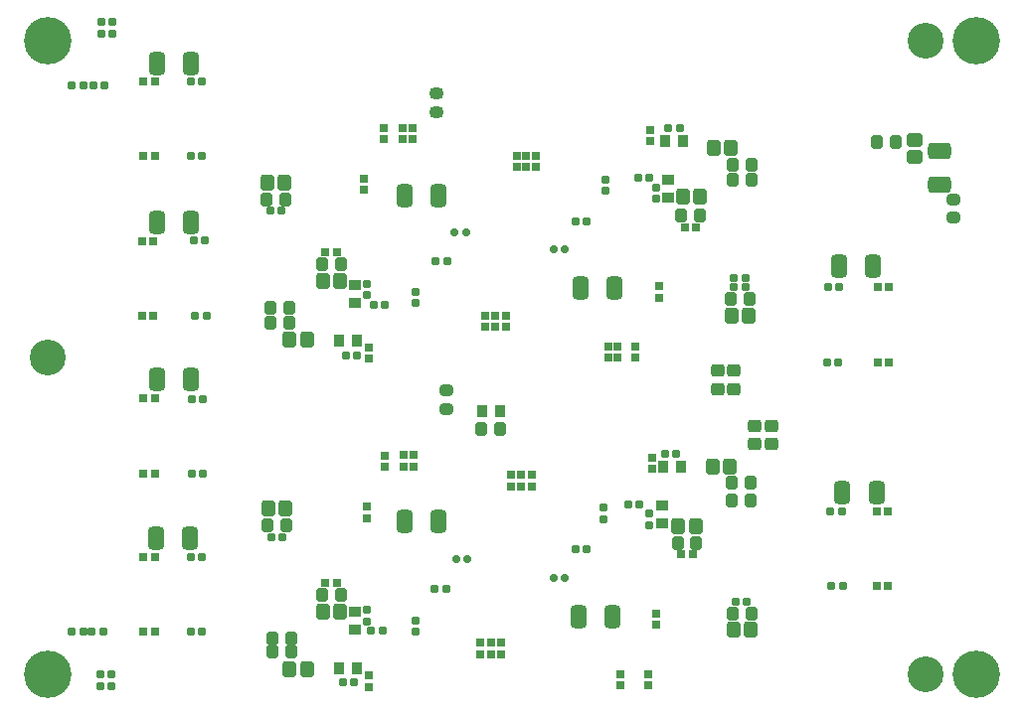
<source format=gbs>
G04*
G04 #@! TF.GenerationSoftware,Altium Limited,Altium Designer,24.2.2 (26)*
G04*
G04 Layer_Color=16711935*
%FSLAX25Y25*%
%MOIN*%
G70*
G04*
G04 #@! TF.SameCoordinates,B220CE68-074A-4F46-869C-E968B1748748*
G04*
G04*
G04 #@! TF.FilePolarity,Negative*
G04*
G01*
G75*
G04:AMPARAMS|DCode=55|XSize=45.45mil|YSize=53.39mil|CornerRadius=9.09mil|HoleSize=0mil|Usage=FLASHONLY|Rotation=0.000|XOffset=0mil|YOffset=0mil|HoleType=Round|Shape=RoundedRectangle|*
%AMROUNDEDRECTD55*
21,1,0.04545,0.03521,0,0,0.0*
21,1,0.02727,0.05339,0,0,0.0*
1,1,0.01818,0.01364,-0.01761*
1,1,0.01818,-0.01364,-0.01761*
1,1,0.01818,-0.01364,0.01761*
1,1,0.01818,0.01364,0.01761*
%
%ADD55ROUNDEDRECTD55*%
G04:AMPARAMS|DCode=65|XSize=29.13mil|YSize=27.56mil|CornerRadius=6.69mil|HoleSize=0mil|Usage=FLASHONLY|Rotation=90.000|XOffset=0mil|YOffset=0mil|HoleType=Round|Shape=RoundedRectangle|*
%AMROUNDEDRECTD65*
21,1,0.02913,0.01417,0,0,90.0*
21,1,0.01575,0.02756,0,0,90.0*
1,1,0.01339,0.00709,0.00787*
1,1,0.01339,0.00709,-0.00787*
1,1,0.01339,-0.00709,-0.00787*
1,1,0.01339,-0.00709,0.00787*
%
%ADD65ROUNDEDRECTD65*%
G04:AMPARAMS|DCode=67|XSize=29.65mil|YSize=27.69mil|CornerRadius=7.94mil|HoleSize=0mil|Usage=FLASHONLY|Rotation=270.000|XOffset=0mil|YOffset=0mil|HoleType=Round|Shape=RoundedRectangle|*
%AMROUNDEDRECTD67*
21,1,0.02965,0.01181,0,0,270.0*
21,1,0.01378,0.02769,0,0,270.0*
1,1,0.01587,-0.00591,-0.00689*
1,1,0.01587,-0.00591,0.00689*
1,1,0.01587,0.00591,0.00689*
1,1,0.01587,0.00591,-0.00689*
%
%ADD67ROUNDEDRECTD67*%
G04:AMPARAMS|DCode=68|XSize=29.65mil|YSize=27.69mil|CornerRadius=7.94mil|HoleSize=0mil|Usage=FLASHONLY|Rotation=180.000|XOffset=0mil|YOffset=0mil|HoleType=Round|Shape=RoundedRectangle|*
%AMROUNDEDRECTD68*
21,1,0.02965,0.01181,0,0,180.0*
21,1,0.01378,0.02769,0,0,180.0*
1,1,0.01587,-0.00689,0.00591*
1,1,0.01587,0.00689,0.00591*
1,1,0.01587,0.00689,-0.00591*
1,1,0.01587,-0.00689,-0.00591*
%
%ADD68ROUNDEDRECTD68*%
G04:AMPARAMS|DCode=69|XSize=28mil|YSize=25mil|CornerRadius=5.6mil|HoleSize=0mil|Usage=FLASHONLY|Rotation=90.000|XOffset=0mil|YOffset=0mil|HoleType=Round|Shape=RoundedRectangle|*
%AMROUNDEDRECTD69*
21,1,0.02800,0.01380,0,0,90.0*
21,1,0.01680,0.02500,0,0,90.0*
1,1,0.01120,0.00690,0.00840*
1,1,0.01120,0.00690,-0.00840*
1,1,0.01120,-0.00690,-0.00840*
1,1,0.01120,-0.00690,0.00840*
%
%ADD69ROUNDEDRECTD69*%
G04:AMPARAMS|DCode=70|XSize=29.13mil|YSize=27.56mil|CornerRadius=6.69mil|HoleSize=0mil|Usage=FLASHONLY|Rotation=0.000|XOffset=0mil|YOffset=0mil|HoleType=Round|Shape=RoundedRectangle|*
%AMROUNDEDRECTD70*
21,1,0.02913,0.01417,0,0,0.0*
21,1,0.01575,0.02756,0,0,0.0*
1,1,0.01339,0.00787,-0.00709*
1,1,0.01339,-0.00787,-0.00709*
1,1,0.01339,-0.00787,0.00709*
1,1,0.01339,0.00787,0.00709*
%
%ADD70ROUNDEDRECTD70*%
%ADD75C,0.12000*%
G04:AMPARAMS|DCode=79|XSize=43.43mil|YSize=37.53mil|CornerRadius=9.91mil|HoleSize=0mil|Usage=FLASHONLY|Rotation=180.000|XOffset=0mil|YOffset=0mil|HoleType=Round|Shape=RoundedRectangle|*
%AMROUNDEDRECTD79*
21,1,0.04343,0.01772,0,0,180.0*
21,1,0.02362,0.03753,0,0,180.0*
1,1,0.01981,-0.01181,0.00886*
1,1,0.01981,0.01181,0.00886*
1,1,0.01981,0.01181,-0.00886*
1,1,0.01981,-0.01181,-0.00886*
%
%ADD79ROUNDEDRECTD79*%
G04:AMPARAMS|DCode=88|XSize=45.4mil|YSize=41.47mil|CornerRadius=10.69mil|HoleSize=0mil|Usage=FLASHONLY|Rotation=270.000|XOffset=0mil|YOffset=0mil|HoleType=Round|Shape=RoundedRectangle|*
%AMROUNDEDRECTD88*
21,1,0.04540,0.02008,0,0,270.0*
21,1,0.02402,0.04147,0,0,270.0*
1,1,0.02139,-0.01004,-0.01201*
1,1,0.02139,-0.01004,0.01201*
1,1,0.02139,0.01004,0.01201*
1,1,0.02139,0.01004,-0.01201*
%
%ADD88ROUNDEDRECTD88*%
G04:AMPARAMS|DCode=94|XSize=45.4mil|YSize=41.47mil|CornerRadius=10.69mil|HoleSize=0mil|Usage=FLASHONLY|Rotation=0.000|XOffset=0mil|YOffset=0mil|HoleType=Round|Shape=RoundedRectangle|*
%AMROUNDEDRECTD94*
21,1,0.04540,0.02008,0,0,0.0*
21,1,0.02402,0.04147,0,0,0.0*
1,1,0.02139,0.01201,-0.01004*
1,1,0.02139,-0.01201,-0.01004*
1,1,0.02139,-0.01201,0.01004*
1,1,0.02139,0.01201,0.01004*
%
%ADD94ROUNDEDRECTD94*%
G04:AMPARAMS|DCode=96|XSize=76.9mil|YSize=55.24mil|CornerRadius=13.45mil|HoleSize=0mil|Usage=FLASHONLY|Rotation=180.000|XOffset=0mil|YOffset=0mil|HoleType=Round|Shape=RoundedRectangle|*
%AMROUNDEDRECTD96*
21,1,0.07690,0.02835,0,0,180.0*
21,1,0.05000,0.05524,0,0,180.0*
1,1,0.02690,-0.02500,0.01417*
1,1,0.02690,0.02500,0.01417*
1,1,0.02690,0.02500,-0.01417*
1,1,0.02690,-0.02500,-0.01417*
%
%ADD96ROUNDEDRECTD96*%
%ADD97C,0.15948*%
G04:AMPARAMS|DCode=116|XSize=45.45mil|YSize=53.39mil|CornerRadius=9.09mil|HoleSize=0mil|Usage=FLASHONLY|Rotation=90.000|XOffset=0mil|YOffset=0mil|HoleType=Round|Shape=RoundedRectangle|*
%AMROUNDEDRECTD116*
21,1,0.04545,0.03521,0,0,90.0*
21,1,0.02727,0.05339,0,0,90.0*
1,1,0.01818,0.01761,0.01364*
1,1,0.01818,0.01761,-0.01364*
1,1,0.01818,-0.01761,-0.01364*
1,1,0.01818,-0.01761,0.01364*
%
%ADD116ROUNDEDRECTD116*%
G04:AMPARAMS|DCode=118|XSize=28mil|YSize=25mil|CornerRadius=6.75mil|HoleSize=0mil|Usage=FLASHONLY|Rotation=90.000|XOffset=0mil|YOffset=0mil|HoleType=Round|Shape=RoundedRectangle|*
%AMROUNDEDRECTD118*
21,1,0.02800,0.01150,0,0,90.0*
21,1,0.01450,0.02500,0,0,90.0*
1,1,0.01350,0.00575,0.00725*
1,1,0.01350,0.00575,-0.00725*
1,1,0.01350,-0.00575,-0.00725*
1,1,0.01350,-0.00575,0.00725*
%
%ADD118ROUNDEDRECTD118*%
G04:AMPARAMS|DCode=119|XSize=43.43mil|YSize=37.53mil|CornerRadius=11.38mil|HoleSize=0mil|Usage=FLASHONLY|Rotation=0.000|XOffset=0mil|YOffset=0mil|HoleType=Round|Shape=RoundedRectangle|*
%AMROUNDEDRECTD119*
21,1,0.04343,0.01476,0,0,0.0*
21,1,0.02067,0.03753,0,0,0.0*
1,1,0.02276,0.01034,-0.00738*
1,1,0.02276,-0.01034,-0.00738*
1,1,0.02276,-0.01034,0.00738*
1,1,0.02276,0.01034,0.00738*
%
%ADD119ROUNDEDRECTD119*%
G04:AMPARAMS|DCode=120|XSize=36mil|YSize=42mil|CornerRadius=7.8mil|HoleSize=0mil|Usage=FLASHONLY|Rotation=180.000|XOffset=0mil|YOffset=0mil|HoleType=Round|Shape=RoundedRectangle|*
%AMROUNDEDRECTD120*
21,1,0.03600,0.02640,0,0,180.0*
21,1,0.02040,0.04200,0,0,180.0*
1,1,0.01560,-0.01020,0.01320*
1,1,0.01560,0.01020,0.01320*
1,1,0.01560,0.01020,-0.01320*
1,1,0.01560,-0.01020,-0.01320*
%
%ADD120ROUNDEDRECTD120*%
G04:AMPARAMS|DCode=121|XSize=76.9mil|YSize=55.24mil|CornerRadius=13.45mil|HoleSize=0mil|Usage=FLASHONLY|Rotation=90.000|XOffset=0mil|YOffset=0mil|HoleType=Round|Shape=RoundedRectangle|*
%AMROUNDEDRECTD121*
21,1,0.07690,0.02835,0,0,90.0*
21,1,0.05000,0.05524,0,0,90.0*
1,1,0.02690,0.01417,0.02500*
1,1,0.02690,0.01417,-0.02500*
1,1,0.02690,-0.01417,-0.02500*
1,1,0.02690,-0.01417,0.02500*
%
%ADD121ROUNDEDRECTD121*%
G04:AMPARAMS|DCode=122|XSize=36mil|YSize=42mil|CornerRadius=7.8mil|HoleSize=0mil|Usage=FLASHONLY|Rotation=90.000|XOffset=0mil|YOffset=0mil|HoleType=Round|Shape=RoundedRectangle|*
%AMROUNDEDRECTD122*
21,1,0.03600,0.02640,0,0,90.0*
21,1,0.02040,0.04200,0,0,90.0*
1,1,0.01560,0.01320,0.01020*
1,1,0.01560,0.01320,-0.01020*
1,1,0.01560,-0.01320,-0.01020*
1,1,0.01560,-0.01320,0.01020*
%
%ADD122ROUNDEDRECTD122*%
D55*
X223126Y61417D02*
D03*
X228842D02*
D03*
X247346Y26772D02*
D03*
X241630D02*
D03*
X234544Y81496D02*
D03*
X240259D02*
D03*
X230417Y172047D02*
D03*
X224701D02*
D03*
X240843Y132283D02*
D03*
X246559D02*
D03*
X240794Y188339D02*
D03*
X235078D02*
D03*
X91440Y67323D02*
D03*
X85725D02*
D03*
X103835Y32677D02*
D03*
X109551D02*
D03*
X92812Y13386D02*
D03*
X98527D02*
D03*
X103835Y143701D02*
D03*
X109551D02*
D03*
X91047Y176772D02*
D03*
X85331D02*
D03*
X98527Y124016D02*
D03*
X92812D02*
D03*
D65*
X273307Y141732D02*
D03*
X277087D02*
D03*
X274095Y66535D02*
D03*
X277874D02*
D03*
X60709Y157480D02*
D03*
X64488D02*
D03*
X59527Y210630D02*
D03*
X63307D02*
D03*
X59527Y51279D02*
D03*
X63307D02*
D03*
X145591Y150394D02*
D03*
X141811D02*
D03*
X245590Y144882D02*
D03*
X241811D02*
D03*
X210157Y68898D02*
D03*
X206378D02*
D03*
X218583Y85827D02*
D03*
X222362D02*
D03*
X242205Y36220D02*
D03*
X245984D02*
D03*
X188661Y53937D02*
D03*
X192441D02*
D03*
X141417Y40551D02*
D03*
X145197D02*
D03*
X123937Y26378D02*
D03*
X120158D02*
D03*
X86693Y57874D02*
D03*
X90473D02*
D03*
X110709Y9055D02*
D03*
X114488D02*
D03*
X63701Y104232D02*
D03*
X59921D02*
D03*
X209528Y178347D02*
D03*
X213307D02*
D03*
X223543Y195276D02*
D03*
X219764D02*
D03*
X192441Y163779D02*
D03*
X188661D02*
D03*
X245590Y141732D02*
D03*
X241811D02*
D03*
X124724Y135827D02*
D03*
X120945D02*
D03*
X111496Y118898D02*
D03*
X115276D02*
D03*
X86299Y167323D02*
D03*
X90079D02*
D03*
D67*
X47539Y79134D02*
D03*
X43799D02*
D03*
X47539Y104331D02*
D03*
X43799D02*
D03*
X293602Y141732D02*
D03*
X289862D02*
D03*
X293602Y116535D02*
D03*
X289862D02*
D03*
X47539Y210630D02*
D03*
X43799D02*
D03*
X47539Y185827D02*
D03*
X43799D02*
D03*
X47539Y25984D02*
D03*
X43799D02*
D03*
X47539Y51181D02*
D03*
X43799D02*
D03*
X224114Y51968D02*
D03*
X227854D02*
D03*
X104823Y42520D02*
D03*
X108563D02*
D03*
X289560Y41569D02*
D03*
X293300D02*
D03*
X289560Y66373D02*
D03*
X293300D02*
D03*
X229035Y161811D02*
D03*
X225295D02*
D03*
X43406Y157087D02*
D03*
X47146D02*
D03*
X43406Y132283D02*
D03*
X47146D02*
D03*
X104823Y153543D02*
D03*
X108563D02*
D03*
D68*
X203543Y7972D02*
D03*
Y11713D02*
D03*
X212992Y7972D02*
D03*
Y11713D02*
D03*
X199606Y121949D02*
D03*
Y118209D02*
D03*
X202756D02*
D03*
Y121949D02*
D03*
X208661D02*
D03*
Y118209D02*
D03*
X124803Y85236D02*
D03*
Y81496D02*
D03*
X131102Y81595D02*
D03*
Y85335D02*
D03*
X134252D02*
D03*
Y81595D02*
D03*
X133858Y191437D02*
D03*
Y195177D02*
D03*
X130709D02*
D03*
Y191437D02*
D03*
X124409D02*
D03*
Y195177D02*
D03*
X214173Y84547D02*
D03*
Y80807D02*
D03*
X215748Y32185D02*
D03*
Y28445D02*
D03*
X118504Y68012D02*
D03*
Y64272D02*
D03*
X119291Y11319D02*
D03*
Y7579D02*
D03*
X170472Y74902D02*
D03*
Y78642D02*
D03*
X174016Y74902D02*
D03*
Y78642D02*
D03*
X166929D02*
D03*
Y74902D02*
D03*
X156693Y18602D02*
D03*
Y22343D02*
D03*
X160236Y18602D02*
D03*
Y22343D02*
D03*
X163779D02*
D03*
Y18602D02*
D03*
X213779Y190650D02*
D03*
Y194390D02*
D03*
X216535Y138287D02*
D03*
Y142028D02*
D03*
X175197Y181988D02*
D03*
Y185728D02*
D03*
X172047Y181988D02*
D03*
Y185728D02*
D03*
X168898Y185728D02*
D03*
Y181988D02*
D03*
X158268Y132185D02*
D03*
Y128445D02*
D03*
X161811Y132185D02*
D03*
Y128445D02*
D03*
X165354D02*
D03*
Y132185D02*
D03*
X117717Y178248D02*
D03*
Y174508D02*
D03*
X119291Y121555D02*
D03*
Y117815D02*
D03*
D69*
X272903Y116535D02*
D03*
X276703D02*
D03*
X23553Y25984D02*
D03*
X19753D02*
D03*
X23553Y209449D02*
D03*
X19753D02*
D03*
X26840D02*
D03*
X30640D02*
D03*
X33396Y226772D02*
D03*
X29596D02*
D03*
X33396Y230709D02*
D03*
X29596D02*
D03*
X63317Y185827D02*
D03*
X59517D02*
D03*
X63317Y25984D02*
D03*
X59517D02*
D03*
X30246D02*
D03*
X26447D02*
D03*
X29202Y11811D02*
D03*
X33002D02*
D03*
Y7874D02*
D03*
X29202D02*
D03*
X278278Y41339D02*
D03*
X274478D02*
D03*
X63711Y79134D02*
D03*
X59911D02*
D03*
X64892Y132283D02*
D03*
X61092D02*
D03*
D70*
X198031Y67638D02*
D03*
Y63858D02*
D03*
X213386Y65669D02*
D03*
Y61890D02*
D03*
X135039Y29842D02*
D03*
Y26063D02*
D03*
X118504Y33386D02*
D03*
Y29606D02*
D03*
X215604Y171467D02*
D03*
Y175247D02*
D03*
X198819Y174094D02*
D03*
Y177874D02*
D03*
X118504Y142835D02*
D03*
Y139055D02*
D03*
X135039Y140079D02*
D03*
Y136299D02*
D03*
D75*
X305906Y11811D02*
D03*
Y224410D02*
D03*
X11811Y118110D02*
D03*
D79*
X315354Y171260D02*
D03*
Y164961D02*
D03*
X145276Y100787D02*
D03*
Y107087D02*
D03*
D88*
X163386Y94095D02*
D03*
X157087D02*
D03*
X247244Y70079D02*
D03*
X240945D02*
D03*
X103543Y149606D02*
D03*
X109843D02*
D03*
X289764Y190551D02*
D03*
X296063D02*
D03*
X240945Y75984D02*
D03*
X247244D02*
D03*
X229134Y55905D02*
D03*
X222835D02*
D03*
X241339Y32283D02*
D03*
X247638D02*
D03*
X109843Y38583D02*
D03*
X103543D02*
D03*
X85433Y61811D02*
D03*
X91732D02*
D03*
X87008Y23622D02*
D03*
X93307D02*
D03*
X87008Y19291D02*
D03*
X93307D02*
D03*
X230315Y165748D02*
D03*
X224016D02*
D03*
X247638Y182677D02*
D03*
X241339D02*
D03*
X247638Y177953D02*
D03*
X241339D02*
D03*
X246850Y137795D02*
D03*
X240551D02*
D03*
X86221Y134646D02*
D03*
X92520D02*
D03*
X86221Y129921D02*
D03*
X92520D02*
D03*
X85039Y171260D02*
D03*
X91339D02*
D03*
D94*
X254331Y95276D02*
D03*
Y88976D02*
D03*
X248819Y95276D02*
D03*
Y88976D02*
D03*
X236221Y107480D02*
D03*
Y113779D02*
D03*
X241732Y107480D02*
D03*
Y113779D02*
D03*
D96*
X310630Y176181D02*
D03*
Y187598D02*
D03*
D97*
X322835Y11811D02*
D03*
X11811D02*
D03*
Y224410D02*
D03*
X322835D02*
D03*
D116*
X302362Y185331D02*
D03*
Y191047D02*
D03*
D118*
X181171Y44094D02*
D03*
X184971D02*
D03*
X148494Y50394D02*
D03*
X152294D02*
D03*
X181239Y154331D02*
D03*
X185039D02*
D03*
X148100Y160236D02*
D03*
X151900D02*
D03*
D119*
X142126Y206693D02*
D03*
Y200394D02*
D03*
D120*
X163248Y100000D02*
D03*
X157224D02*
D03*
X223878Y81496D02*
D03*
X217854D02*
D03*
X109193Y13780D02*
D03*
X115217D02*
D03*
X218642Y190945D02*
D03*
X224665D02*
D03*
X115217Y123622D02*
D03*
X109193D02*
D03*
D121*
X59646Y216929D02*
D03*
X48228D02*
D03*
X59252Y57480D02*
D03*
X47835D02*
D03*
X131299Y172441D02*
D03*
X142717D02*
D03*
X200984Y31102D02*
D03*
X189567D02*
D03*
X142717Y62992D02*
D03*
X131299D02*
D03*
X278150Y72835D02*
D03*
X289567D02*
D03*
X48228Y110630D02*
D03*
X59646D02*
D03*
X288386Y148819D02*
D03*
X276969D02*
D03*
X190354Y141339D02*
D03*
X201772D02*
D03*
X48228Y163386D02*
D03*
X59646D02*
D03*
D122*
X217717Y62343D02*
D03*
Y68366D02*
D03*
X114567Y26909D02*
D03*
Y32933D02*
D03*
X219685Y177953D02*
D03*
Y171929D02*
D03*
X114567Y136358D02*
D03*
Y142382D02*
D03*
M02*

</source>
